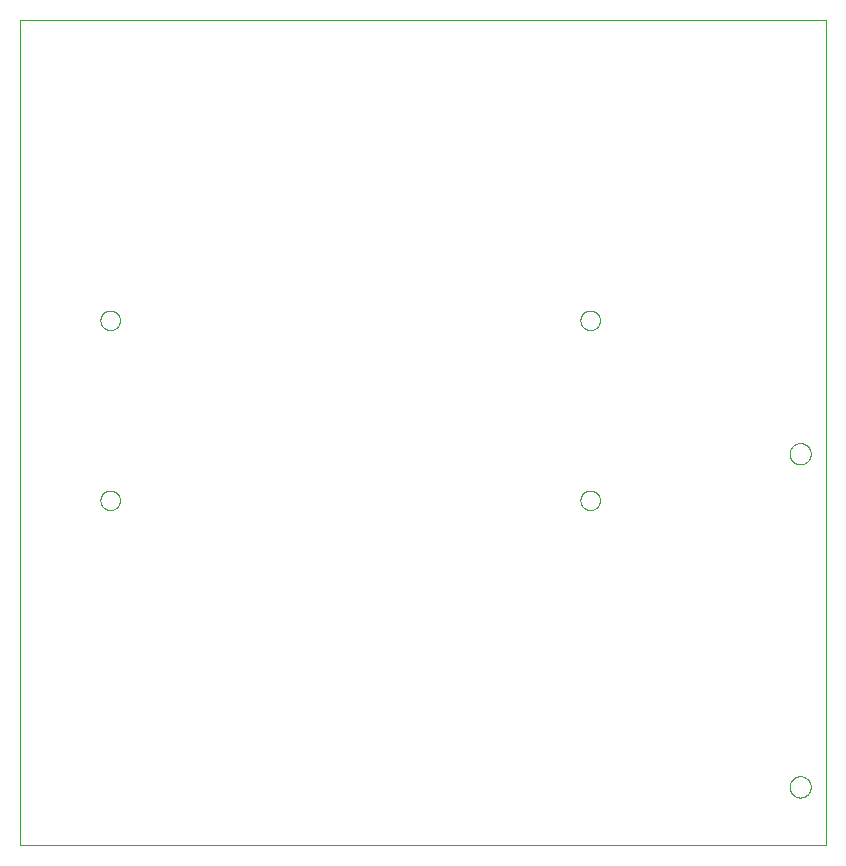
<source format=gtp>
G75*
%MOIN*%
%OFA0B0*%
%FSLAX25Y25*%
%IPPOS*%
%LPD*%
%AMOC8*
5,1,8,0,0,1.08239X$1,22.5*
%
%ADD10C,0.00000*%
D10*
X0014365Y0001000D02*
X0014365Y0275961D01*
X0283066Y0275961D01*
X0283066Y0001000D01*
X0014365Y0001000D01*
X0041115Y0116000D02*
X0041117Y0116113D01*
X0041123Y0116227D01*
X0041133Y0116340D01*
X0041147Y0116452D01*
X0041164Y0116564D01*
X0041186Y0116676D01*
X0041212Y0116786D01*
X0041241Y0116896D01*
X0041274Y0117004D01*
X0041311Y0117112D01*
X0041352Y0117217D01*
X0041396Y0117322D01*
X0041444Y0117425D01*
X0041495Y0117526D01*
X0041550Y0117625D01*
X0041609Y0117722D01*
X0041671Y0117817D01*
X0041736Y0117910D01*
X0041804Y0118001D01*
X0041875Y0118089D01*
X0041950Y0118175D01*
X0042027Y0118258D01*
X0042107Y0118338D01*
X0042190Y0118415D01*
X0042276Y0118490D01*
X0042364Y0118561D01*
X0042455Y0118629D01*
X0042548Y0118694D01*
X0042643Y0118756D01*
X0042740Y0118815D01*
X0042839Y0118870D01*
X0042940Y0118921D01*
X0043043Y0118969D01*
X0043148Y0119013D01*
X0043253Y0119054D01*
X0043361Y0119091D01*
X0043469Y0119124D01*
X0043579Y0119153D01*
X0043689Y0119179D01*
X0043801Y0119201D01*
X0043913Y0119218D01*
X0044025Y0119232D01*
X0044138Y0119242D01*
X0044252Y0119248D01*
X0044365Y0119250D01*
X0044478Y0119248D01*
X0044592Y0119242D01*
X0044705Y0119232D01*
X0044817Y0119218D01*
X0044929Y0119201D01*
X0045041Y0119179D01*
X0045151Y0119153D01*
X0045261Y0119124D01*
X0045369Y0119091D01*
X0045477Y0119054D01*
X0045582Y0119013D01*
X0045687Y0118969D01*
X0045790Y0118921D01*
X0045891Y0118870D01*
X0045990Y0118815D01*
X0046087Y0118756D01*
X0046182Y0118694D01*
X0046275Y0118629D01*
X0046366Y0118561D01*
X0046454Y0118490D01*
X0046540Y0118415D01*
X0046623Y0118338D01*
X0046703Y0118258D01*
X0046780Y0118175D01*
X0046855Y0118089D01*
X0046926Y0118001D01*
X0046994Y0117910D01*
X0047059Y0117817D01*
X0047121Y0117722D01*
X0047180Y0117625D01*
X0047235Y0117526D01*
X0047286Y0117425D01*
X0047334Y0117322D01*
X0047378Y0117217D01*
X0047419Y0117112D01*
X0047456Y0117004D01*
X0047489Y0116896D01*
X0047518Y0116786D01*
X0047544Y0116676D01*
X0047566Y0116564D01*
X0047583Y0116452D01*
X0047597Y0116340D01*
X0047607Y0116227D01*
X0047613Y0116113D01*
X0047615Y0116000D01*
X0047613Y0115887D01*
X0047607Y0115773D01*
X0047597Y0115660D01*
X0047583Y0115548D01*
X0047566Y0115436D01*
X0047544Y0115324D01*
X0047518Y0115214D01*
X0047489Y0115104D01*
X0047456Y0114996D01*
X0047419Y0114888D01*
X0047378Y0114783D01*
X0047334Y0114678D01*
X0047286Y0114575D01*
X0047235Y0114474D01*
X0047180Y0114375D01*
X0047121Y0114278D01*
X0047059Y0114183D01*
X0046994Y0114090D01*
X0046926Y0113999D01*
X0046855Y0113911D01*
X0046780Y0113825D01*
X0046703Y0113742D01*
X0046623Y0113662D01*
X0046540Y0113585D01*
X0046454Y0113510D01*
X0046366Y0113439D01*
X0046275Y0113371D01*
X0046182Y0113306D01*
X0046087Y0113244D01*
X0045990Y0113185D01*
X0045891Y0113130D01*
X0045790Y0113079D01*
X0045687Y0113031D01*
X0045582Y0112987D01*
X0045477Y0112946D01*
X0045369Y0112909D01*
X0045261Y0112876D01*
X0045151Y0112847D01*
X0045041Y0112821D01*
X0044929Y0112799D01*
X0044817Y0112782D01*
X0044705Y0112768D01*
X0044592Y0112758D01*
X0044478Y0112752D01*
X0044365Y0112750D01*
X0044252Y0112752D01*
X0044138Y0112758D01*
X0044025Y0112768D01*
X0043913Y0112782D01*
X0043801Y0112799D01*
X0043689Y0112821D01*
X0043579Y0112847D01*
X0043469Y0112876D01*
X0043361Y0112909D01*
X0043253Y0112946D01*
X0043148Y0112987D01*
X0043043Y0113031D01*
X0042940Y0113079D01*
X0042839Y0113130D01*
X0042740Y0113185D01*
X0042643Y0113244D01*
X0042548Y0113306D01*
X0042455Y0113371D01*
X0042364Y0113439D01*
X0042276Y0113510D01*
X0042190Y0113585D01*
X0042107Y0113662D01*
X0042027Y0113742D01*
X0041950Y0113825D01*
X0041875Y0113911D01*
X0041804Y0113999D01*
X0041736Y0114090D01*
X0041671Y0114183D01*
X0041609Y0114278D01*
X0041550Y0114375D01*
X0041495Y0114474D01*
X0041444Y0114575D01*
X0041396Y0114678D01*
X0041352Y0114783D01*
X0041311Y0114888D01*
X0041274Y0114996D01*
X0041241Y0115104D01*
X0041212Y0115214D01*
X0041186Y0115324D01*
X0041164Y0115436D01*
X0041147Y0115548D01*
X0041133Y0115660D01*
X0041123Y0115773D01*
X0041117Y0115887D01*
X0041115Y0116000D01*
X0041115Y0176000D02*
X0041117Y0176113D01*
X0041123Y0176227D01*
X0041133Y0176340D01*
X0041147Y0176452D01*
X0041164Y0176564D01*
X0041186Y0176676D01*
X0041212Y0176786D01*
X0041241Y0176896D01*
X0041274Y0177004D01*
X0041311Y0177112D01*
X0041352Y0177217D01*
X0041396Y0177322D01*
X0041444Y0177425D01*
X0041495Y0177526D01*
X0041550Y0177625D01*
X0041609Y0177722D01*
X0041671Y0177817D01*
X0041736Y0177910D01*
X0041804Y0178001D01*
X0041875Y0178089D01*
X0041950Y0178175D01*
X0042027Y0178258D01*
X0042107Y0178338D01*
X0042190Y0178415D01*
X0042276Y0178490D01*
X0042364Y0178561D01*
X0042455Y0178629D01*
X0042548Y0178694D01*
X0042643Y0178756D01*
X0042740Y0178815D01*
X0042839Y0178870D01*
X0042940Y0178921D01*
X0043043Y0178969D01*
X0043148Y0179013D01*
X0043253Y0179054D01*
X0043361Y0179091D01*
X0043469Y0179124D01*
X0043579Y0179153D01*
X0043689Y0179179D01*
X0043801Y0179201D01*
X0043913Y0179218D01*
X0044025Y0179232D01*
X0044138Y0179242D01*
X0044252Y0179248D01*
X0044365Y0179250D01*
X0044478Y0179248D01*
X0044592Y0179242D01*
X0044705Y0179232D01*
X0044817Y0179218D01*
X0044929Y0179201D01*
X0045041Y0179179D01*
X0045151Y0179153D01*
X0045261Y0179124D01*
X0045369Y0179091D01*
X0045477Y0179054D01*
X0045582Y0179013D01*
X0045687Y0178969D01*
X0045790Y0178921D01*
X0045891Y0178870D01*
X0045990Y0178815D01*
X0046087Y0178756D01*
X0046182Y0178694D01*
X0046275Y0178629D01*
X0046366Y0178561D01*
X0046454Y0178490D01*
X0046540Y0178415D01*
X0046623Y0178338D01*
X0046703Y0178258D01*
X0046780Y0178175D01*
X0046855Y0178089D01*
X0046926Y0178001D01*
X0046994Y0177910D01*
X0047059Y0177817D01*
X0047121Y0177722D01*
X0047180Y0177625D01*
X0047235Y0177526D01*
X0047286Y0177425D01*
X0047334Y0177322D01*
X0047378Y0177217D01*
X0047419Y0177112D01*
X0047456Y0177004D01*
X0047489Y0176896D01*
X0047518Y0176786D01*
X0047544Y0176676D01*
X0047566Y0176564D01*
X0047583Y0176452D01*
X0047597Y0176340D01*
X0047607Y0176227D01*
X0047613Y0176113D01*
X0047615Y0176000D01*
X0047613Y0175887D01*
X0047607Y0175773D01*
X0047597Y0175660D01*
X0047583Y0175548D01*
X0047566Y0175436D01*
X0047544Y0175324D01*
X0047518Y0175214D01*
X0047489Y0175104D01*
X0047456Y0174996D01*
X0047419Y0174888D01*
X0047378Y0174783D01*
X0047334Y0174678D01*
X0047286Y0174575D01*
X0047235Y0174474D01*
X0047180Y0174375D01*
X0047121Y0174278D01*
X0047059Y0174183D01*
X0046994Y0174090D01*
X0046926Y0173999D01*
X0046855Y0173911D01*
X0046780Y0173825D01*
X0046703Y0173742D01*
X0046623Y0173662D01*
X0046540Y0173585D01*
X0046454Y0173510D01*
X0046366Y0173439D01*
X0046275Y0173371D01*
X0046182Y0173306D01*
X0046087Y0173244D01*
X0045990Y0173185D01*
X0045891Y0173130D01*
X0045790Y0173079D01*
X0045687Y0173031D01*
X0045582Y0172987D01*
X0045477Y0172946D01*
X0045369Y0172909D01*
X0045261Y0172876D01*
X0045151Y0172847D01*
X0045041Y0172821D01*
X0044929Y0172799D01*
X0044817Y0172782D01*
X0044705Y0172768D01*
X0044592Y0172758D01*
X0044478Y0172752D01*
X0044365Y0172750D01*
X0044252Y0172752D01*
X0044138Y0172758D01*
X0044025Y0172768D01*
X0043913Y0172782D01*
X0043801Y0172799D01*
X0043689Y0172821D01*
X0043579Y0172847D01*
X0043469Y0172876D01*
X0043361Y0172909D01*
X0043253Y0172946D01*
X0043148Y0172987D01*
X0043043Y0173031D01*
X0042940Y0173079D01*
X0042839Y0173130D01*
X0042740Y0173185D01*
X0042643Y0173244D01*
X0042548Y0173306D01*
X0042455Y0173371D01*
X0042364Y0173439D01*
X0042276Y0173510D01*
X0042190Y0173585D01*
X0042107Y0173662D01*
X0042027Y0173742D01*
X0041950Y0173825D01*
X0041875Y0173911D01*
X0041804Y0173999D01*
X0041736Y0174090D01*
X0041671Y0174183D01*
X0041609Y0174278D01*
X0041550Y0174375D01*
X0041495Y0174474D01*
X0041444Y0174575D01*
X0041396Y0174678D01*
X0041352Y0174783D01*
X0041311Y0174888D01*
X0041274Y0174996D01*
X0041241Y0175104D01*
X0041212Y0175214D01*
X0041186Y0175324D01*
X0041164Y0175436D01*
X0041147Y0175548D01*
X0041133Y0175660D01*
X0041123Y0175773D01*
X0041117Y0175887D01*
X0041115Y0176000D01*
X0201115Y0176000D02*
X0201117Y0176113D01*
X0201123Y0176227D01*
X0201133Y0176340D01*
X0201147Y0176452D01*
X0201164Y0176564D01*
X0201186Y0176676D01*
X0201212Y0176786D01*
X0201241Y0176896D01*
X0201274Y0177004D01*
X0201311Y0177112D01*
X0201352Y0177217D01*
X0201396Y0177322D01*
X0201444Y0177425D01*
X0201495Y0177526D01*
X0201550Y0177625D01*
X0201609Y0177722D01*
X0201671Y0177817D01*
X0201736Y0177910D01*
X0201804Y0178001D01*
X0201875Y0178089D01*
X0201950Y0178175D01*
X0202027Y0178258D01*
X0202107Y0178338D01*
X0202190Y0178415D01*
X0202276Y0178490D01*
X0202364Y0178561D01*
X0202455Y0178629D01*
X0202548Y0178694D01*
X0202643Y0178756D01*
X0202740Y0178815D01*
X0202839Y0178870D01*
X0202940Y0178921D01*
X0203043Y0178969D01*
X0203148Y0179013D01*
X0203253Y0179054D01*
X0203361Y0179091D01*
X0203469Y0179124D01*
X0203579Y0179153D01*
X0203689Y0179179D01*
X0203801Y0179201D01*
X0203913Y0179218D01*
X0204025Y0179232D01*
X0204138Y0179242D01*
X0204252Y0179248D01*
X0204365Y0179250D01*
X0204478Y0179248D01*
X0204592Y0179242D01*
X0204705Y0179232D01*
X0204817Y0179218D01*
X0204929Y0179201D01*
X0205041Y0179179D01*
X0205151Y0179153D01*
X0205261Y0179124D01*
X0205369Y0179091D01*
X0205477Y0179054D01*
X0205582Y0179013D01*
X0205687Y0178969D01*
X0205790Y0178921D01*
X0205891Y0178870D01*
X0205990Y0178815D01*
X0206087Y0178756D01*
X0206182Y0178694D01*
X0206275Y0178629D01*
X0206366Y0178561D01*
X0206454Y0178490D01*
X0206540Y0178415D01*
X0206623Y0178338D01*
X0206703Y0178258D01*
X0206780Y0178175D01*
X0206855Y0178089D01*
X0206926Y0178001D01*
X0206994Y0177910D01*
X0207059Y0177817D01*
X0207121Y0177722D01*
X0207180Y0177625D01*
X0207235Y0177526D01*
X0207286Y0177425D01*
X0207334Y0177322D01*
X0207378Y0177217D01*
X0207419Y0177112D01*
X0207456Y0177004D01*
X0207489Y0176896D01*
X0207518Y0176786D01*
X0207544Y0176676D01*
X0207566Y0176564D01*
X0207583Y0176452D01*
X0207597Y0176340D01*
X0207607Y0176227D01*
X0207613Y0176113D01*
X0207615Y0176000D01*
X0207613Y0175887D01*
X0207607Y0175773D01*
X0207597Y0175660D01*
X0207583Y0175548D01*
X0207566Y0175436D01*
X0207544Y0175324D01*
X0207518Y0175214D01*
X0207489Y0175104D01*
X0207456Y0174996D01*
X0207419Y0174888D01*
X0207378Y0174783D01*
X0207334Y0174678D01*
X0207286Y0174575D01*
X0207235Y0174474D01*
X0207180Y0174375D01*
X0207121Y0174278D01*
X0207059Y0174183D01*
X0206994Y0174090D01*
X0206926Y0173999D01*
X0206855Y0173911D01*
X0206780Y0173825D01*
X0206703Y0173742D01*
X0206623Y0173662D01*
X0206540Y0173585D01*
X0206454Y0173510D01*
X0206366Y0173439D01*
X0206275Y0173371D01*
X0206182Y0173306D01*
X0206087Y0173244D01*
X0205990Y0173185D01*
X0205891Y0173130D01*
X0205790Y0173079D01*
X0205687Y0173031D01*
X0205582Y0172987D01*
X0205477Y0172946D01*
X0205369Y0172909D01*
X0205261Y0172876D01*
X0205151Y0172847D01*
X0205041Y0172821D01*
X0204929Y0172799D01*
X0204817Y0172782D01*
X0204705Y0172768D01*
X0204592Y0172758D01*
X0204478Y0172752D01*
X0204365Y0172750D01*
X0204252Y0172752D01*
X0204138Y0172758D01*
X0204025Y0172768D01*
X0203913Y0172782D01*
X0203801Y0172799D01*
X0203689Y0172821D01*
X0203579Y0172847D01*
X0203469Y0172876D01*
X0203361Y0172909D01*
X0203253Y0172946D01*
X0203148Y0172987D01*
X0203043Y0173031D01*
X0202940Y0173079D01*
X0202839Y0173130D01*
X0202740Y0173185D01*
X0202643Y0173244D01*
X0202548Y0173306D01*
X0202455Y0173371D01*
X0202364Y0173439D01*
X0202276Y0173510D01*
X0202190Y0173585D01*
X0202107Y0173662D01*
X0202027Y0173742D01*
X0201950Y0173825D01*
X0201875Y0173911D01*
X0201804Y0173999D01*
X0201736Y0174090D01*
X0201671Y0174183D01*
X0201609Y0174278D01*
X0201550Y0174375D01*
X0201495Y0174474D01*
X0201444Y0174575D01*
X0201396Y0174678D01*
X0201352Y0174783D01*
X0201311Y0174888D01*
X0201274Y0174996D01*
X0201241Y0175104D01*
X0201212Y0175214D01*
X0201186Y0175324D01*
X0201164Y0175436D01*
X0201147Y0175548D01*
X0201133Y0175660D01*
X0201123Y0175773D01*
X0201117Y0175887D01*
X0201115Y0176000D01*
X0201115Y0116000D02*
X0201117Y0116113D01*
X0201123Y0116227D01*
X0201133Y0116340D01*
X0201147Y0116452D01*
X0201164Y0116564D01*
X0201186Y0116676D01*
X0201212Y0116786D01*
X0201241Y0116896D01*
X0201274Y0117004D01*
X0201311Y0117112D01*
X0201352Y0117217D01*
X0201396Y0117322D01*
X0201444Y0117425D01*
X0201495Y0117526D01*
X0201550Y0117625D01*
X0201609Y0117722D01*
X0201671Y0117817D01*
X0201736Y0117910D01*
X0201804Y0118001D01*
X0201875Y0118089D01*
X0201950Y0118175D01*
X0202027Y0118258D01*
X0202107Y0118338D01*
X0202190Y0118415D01*
X0202276Y0118490D01*
X0202364Y0118561D01*
X0202455Y0118629D01*
X0202548Y0118694D01*
X0202643Y0118756D01*
X0202740Y0118815D01*
X0202839Y0118870D01*
X0202940Y0118921D01*
X0203043Y0118969D01*
X0203148Y0119013D01*
X0203253Y0119054D01*
X0203361Y0119091D01*
X0203469Y0119124D01*
X0203579Y0119153D01*
X0203689Y0119179D01*
X0203801Y0119201D01*
X0203913Y0119218D01*
X0204025Y0119232D01*
X0204138Y0119242D01*
X0204252Y0119248D01*
X0204365Y0119250D01*
X0204478Y0119248D01*
X0204592Y0119242D01*
X0204705Y0119232D01*
X0204817Y0119218D01*
X0204929Y0119201D01*
X0205041Y0119179D01*
X0205151Y0119153D01*
X0205261Y0119124D01*
X0205369Y0119091D01*
X0205477Y0119054D01*
X0205582Y0119013D01*
X0205687Y0118969D01*
X0205790Y0118921D01*
X0205891Y0118870D01*
X0205990Y0118815D01*
X0206087Y0118756D01*
X0206182Y0118694D01*
X0206275Y0118629D01*
X0206366Y0118561D01*
X0206454Y0118490D01*
X0206540Y0118415D01*
X0206623Y0118338D01*
X0206703Y0118258D01*
X0206780Y0118175D01*
X0206855Y0118089D01*
X0206926Y0118001D01*
X0206994Y0117910D01*
X0207059Y0117817D01*
X0207121Y0117722D01*
X0207180Y0117625D01*
X0207235Y0117526D01*
X0207286Y0117425D01*
X0207334Y0117322D01*
X0207378Y0117217D01*
X0207419Y0117112D01*
X0207456Y0117004D01*
X0207489Y0116896D01*
X0207518Y0116786D01*
X0207544Y0116676D01*
X0207566Y0116564D01*
X0207583Y0116452D01*
X0207597Y0116340D01*
X0207607Y0116227D01*
X0207613Y0116113D01*
X0207615Y0116000D01*
X0207613Y0115887D01*
X0207607Y0115773D01*
X0207597Y0115660D01*
X0207583Y0115548D01*
X0207566Y0115436D01*
X0207544Y0115324D01*
X0207518Y0115214D01*
X0207489Y0115104D01*
X0207456Y0114996D01*
X0207419Y0114888D01*
X0207378Y0114783D01*
X0207334Y0114678D01*
X0207286Y0114575D01*
X0207235Y0114474D01*
X0207180Y0114375D01*
X0207121Y0114278D01*
X0207059Y0114183D01*
X0206994Y0114090D01*
X0206926Y0113999D01*
X0206855Y0113911D01*
X0206780Y0113825D01*
X0206703Y0113742D01*
X0206623Y0113662D01*
X0206540Y0113585D01*
X0206454Y0113510D01*
X0206366Y0113439D01*
X0206275Y0113371D01*
X0206182Y0113306D01*
X0206087Y0113244D01*
X0205990Y0113185D01*
X0205891Y0113130D01*
X0205790Y0113079D01*
X0205687Y0113031D01*
X0205582Y0112987D01*
X0205477Y0112946D01*
X0205369Y0112909D01*
X0205261Y0112876D01*
X0205151Y0112847D01*
X0205041Y0112821D01*
X0204929Y0112799D01*
X0204817Y0112782D01*
X0204705Y0112768D01*
X0204592Y0112758D01*
X0204478Y0112752D01*
X0204365Y0112750D01*
X0204252Y0112752D01*
X0204138Y0112758D01*
X0204025Y0112768D01*
X0203913Y0112782D01*
X0203801Y0112799D01*
X0203689Y0112821D01*
X0203579Y0112847D01*
X0203469Y0112876D01*
X0203361Y0112909D01*
X0203253Y0112946D01*
X0203148Y0112987D01*
X0203043Y0113031D01*
X0202940Y0113079D01*
X0202839Y0113130D01*
X0202740Y0113185D01*
X0202643Y0113244D01*
X0202548Y0113306D01*
X0202455Y0113371D01*
X0202364Y0113439D01*
X0202276Y0113510D01*
X0202190Y0113585D01*
X0202107Y0113662D01*
X0202027Y0113742D01*
X0201950Y0113825D01*
X0201875Y0113911D01*
X0201804Y0113999D01*
X0201736Y0114090D01*
X0201671Y0114183D01*
X0201609Y0114278D01*
X0201550Y0114375D01*
X0201495Y0114474D01*
X0201444Y0114575D01*
X0201396Y0114678D01*
X0201352Y0114783D01*
X0201311Y0114888D01*
X0201274Y0114996D01*
X0201241Y0115104D01*
X0201212Y0115214D01*
X0201186Y0115324D01*
X0201164Y0115436D01*
X0201147Y0115548D01*
X0201133Y0115660D01*
X0201123Y0115773D01*
X0201117Y0115887D01*
X0201115Y0116000D01*
X0270822Y0131512D02*
X0270824Y0131630D01*
X0270830Y0131749D01*
X0270840Y0131867D01*
X0270854Y0131984D01*
X0270871Y0132101D01*
X0270893Y0132218D01*
X0270919Y0132333D01*
X0270948Y0132448D01*
X0270981Y0132562D01*
X0271018Y0132674D01*
X0271059Y0132785D01*
X0271103Y0132895D01*
X0271151Y0133003D01*
X0271203Y0133110D01*
X0271258Y0133215D01*
X0271317Y0133318D01*
X0271379Y0133418D01*
X0271444Y0133517D01*
X0271513Y0133614D01*
X0271584Y0133708D01*
X0271659Y0133799D01*
X0271737Y0133889D01*
X0271818Y0133975D01*
X0271902Y0134059D01*
X0271988Y0134140D01*
X0272078Y0134218D01*
X0272169Y0134293D01*
X0272263Y0134364D01*
X0272360Y0134433D01*
X0272459Y0134498D01*
X0272559Y0134560D01*
X0272662Y0134619D01*
X0272767Y0134674D01*
X0272874Y0134726D01*
X0272982Y0134774D01*
X0273092Y0134818D01*
X0273203Y0134859D01*
X0273315Y0134896D01*
X0273429Y0134929D01*
X0273544Y0134958D01*
X0273659Y0134984D01*
X0273776Y0135006D01*
X0273893Y0135023D01*
X0274010Y0135037D01*
X0274128Y0135047D01*
X0274247Y0135053D01*
X0274365Y0135055D01*
X0274483Y0135053D01*
X0274602Y0135047D01*
X0274720Y0135037D01*
X0274837Y0135023D01*
X0274954Y0135006D01*
X0275071Y0134984D01*
X0275186Y0134958D01*
X0275301Y0134929D01*
X0275415Y0134896D01*
X0275527Y0134859D01*
X0275638Y0134818D01*
X0275748Y0134774D01*
X0275856Y0134726D01*
X0275963Y0134674D01*
X0276068Y0134619D01*
X0276171Y0134560D01*
X0276271Y0134498D01*
X0276370Y0134433D01*
X0276467Y0134364D01*
X0276561Y0134293D01*
X0276652Y0134218D01*
X0276742Y0134140D01*
X0276828Y0134059D01*
X0276912Y0133975D01*
X0276993Y0133889D01*
X0277071Y0133799D01*
X0277146Y0133708D01*
X0277217Y0133614D01*
X0277286Y0133517D01*
X0277351Y0133418D01*
X0277413Y0133318D01*
X0277472Y0133215D01*
X0277527Y0133110D01*
X0277579Y0133003D01*
X0277627Y0132895D01*
X0277671Y0132785D01*
X0277712Y0132674D01*
X0277749Y0132562D01*
X0277782Y0132448D01*
X0277811Y0132333D01*
X0277837Y0132218D01*
X0277859Y0132101D01*
X0277876Y0131984D01*
X0277890Y0131867D01*
X0277900Y0131749D01*
X0277906Y0131630D01*
X0277908Y0131512D01*
X0277906Y0131394D01*
X0277900Y0131275D01*
X0277890Y0131157D01*
X0277876Y0131040D01*
X0277859Y0130923D01*
X0277837Y0130806D01*
X0277811Y0130691D01*
X0277782Y0130576D01*
X0277749Y0130462D01*
X0277712Y0130350D01*
X0277671Y0130239D01*
X0277627Y0130129D01*
X0277579Y0130021D01*
X0277527Y0129914D01*
X0277472Y0129809D01*
X0277413Y0129706D01*
X0277351Y0129606D01*
X0277286Y0129507D01*
X0277217Y0129410D01*
X0277146Y0129316D01*
X0277071Y0129225D01*
X0276993Y0129135D01*
X0276912Y0129049D01*
X0276828Y0128965D01*
X0276742Y0128884D01*
X0276652Y0128806D01*
X0276561Y0128731D01*
X0276467Y0128660D01*
X0276370Y0128591D01*
X0276271Y0128526D01*
X0276171Y0128464D01*
X0276068Y0128405D01*
X0275963Y0128350D01*
X0275856Y0128298D01*
X0275748Y0128250D01*
X0275638Y0128206D01*
X0275527Y0128165D01*
X0275415Y0128128D01*
X0275301Y0128095D01*
X0275186Y0128066D01*
X0275071Y0128040D01*
X0274954Y0128018D01*
X0274837Y0128001D01*
X0274720Y0127987D01*
X0274602Y0127977D01*
X0274483Y0127971D01*
X0274365Y0127969D01*
X0274247Y0127971D01*
X0274128Y0127977D01*
X0274010Y0127987D01*
X0273893Y0128001D01*
X0273776Y0128018D01*
X0273659Y0128040D01*
X0273544Y0128066D01*
X0273429Y0128095D01*
X0273315Y0128128D01*
X0273203Y0128165D01*
X0273092Y0128206D01*
X0272982Y0128250D01*
X0272874Y0128298D01*
X0272767Y0128350D01*
X0272662Y0128405D01*
X0272559Y0128464D01*
X0272459Y0128526D01*
X0272360Y0128591D01*
X0272263Y0128660D01*
X0272169Y0128731D01*
X0272078Y0128806D01*
X0271988Y0128884D01*
X0271902Y0128965D01*
X0271818Y0129049D01*
X0271737Y0129135D01*
X0271659Y0129225D01*
X0271584Y0129316D01*
X0271513Y0129410D01*
X0271444Y0129507D01*
X0271379Y0129606D01*
X0271317Y0129706D01*
X0271258Y0129809D01*
X0271203Y0129914D01*
X0271151Y0130021D01*
X0271103Y0130129D01*
X0271059Y0130239D01*
X0271018Y0130350D01*
X0270981Y0130462D01*
X0270948Y0130576D01*
X0270919Y0130691D01*
X0270893Y0130806D01*
X0270871Y0130923D01*
X0270854Y0131040D01*
X0270840Y0131157D01*
X0270830Y0131275D01*
X0270824Y0131394D01*
X0270822Y0131512D01*
X0270822Y0020488D02*
X0270824Y0020606D01*
X0270830Y0020725D01*
X0270840Y0020843D01*
X0270854Y0020960D01*
X0270871Y0021077D01*
X0270893Y0021194D01*
X0270919Y0021309D01*
X0270948Y0021424D01*
X0270981Y0021538D01*
X0271018Y0021650D01*
X0271059Y0021761D01*
X0271103Y0021871D01*
X0271151Y0021979D01*
X0271203Y0022086D01*
X0271258Y0022191D01*
X0271317Y0022294D01*
X0271379Y0022394D01*
X0271444Y0022493D01*
X0271513Y0022590D01*
X0271584Y0022684D01*
X0271659Y0022775D01*
X0271737Y0022865D01*
X0271818Y0022951D01*
X0271902Y0023035D01*
X0271988Y0023116D01*
X0272078Y0023194D01*
X0272169Y0023269D01*
X0272263Y0023340D01*
X0272360Y0023409D01*
X0272459Y0023474D01*
X0272559Y0023536D01*
X0272662Y0023595D01*
X0272767Y0023650D01*
X0272874Y0023702D01*
X0272982Y0023750D01*
X0273092Y0023794D01*
X0273203Y0023835D01*
X0273315Y0023872D01*
X0273429Y0023905D01*
X0273544Y0023934D01*
X0273659Y0023960D01*
X0273776Y0023982D01*
X0273893Y0023999D01*
X0274010Y0024013D01*
X0274128Y0024023D01*
X0274247Y0024029D01*
X0274365Y0024031D01*
X0274483Y0024029D01*
X0274602Y0024023D01*
X0274720Y0024013D01*
X0274837Y0023999D01*
X0274954Y0023982D01*
X0275071Y0023960D01*
X0275186Y0023934D01*
X0275301Y0023905D01*
X0275415Y0023872D01*
X0275527Y0023835D01*
X0275638Y0023794D01*
X0275748Y0023750D01*
X0275856Y0023702D01*
X0275963Y0023650D01*
X0276068Y0023595D01*
X0276171Y0023536D01*
X0276271Y0023474D01*
X0276370Y0023409D01*
X0276467Y0023340D01*
X0276561Y0023269D01*
X0276652Y0023194D01*
X0276742Y0023116D01*
X0276828Y0023035D01*
X0276912Y0022951D01*
X0276993Y0022865D01*
X0277071Y0022775D01*
X0277146Y0022684D01*
X0277217Y0022590D01*
X0277286Y0022493D01*
X0277351Y0022394D01*
X0277413Y0022294D01*
X0277472Y0022191D01*
X0277527Y0022086D01*
X0277579Y0021979D01*
X0277627Y0021871D01*
X0277671Y0021761D01*
X0277712Y0021650D01*
X0277749Y0021538D01*
X0277782Y0021424D01*
X0277811Y0021309D01*
X0277837Y0021194D01*
X0277859Y0021077D01*
X0277876Y0020960D01*
X0277890Y0020843D01*
X0277900Y0020725D01*
X0277906Y0020606D01*
X0277908Y0020488D01*
X0277906Y0020370D01*
X0277900Y0020251D01*
X0277890Y0020133D01*
X0277876Y0020016D01*
X0277859Y0019899D01*
X0277837Y0019782D01*
X0277811Y0019667D01*
X0277782Y0019552D01*
X0277749Y0019438D01*
X0277712Y0019326D01*
X0277671Y0019215D01*
X0277627Y0019105D01*
X0277579Y0018997D01*
X0277527Y0018890D01*
X0277472Y0018785D01*
X0277413Y0018682D01*
X0277351Y0018582D01*
X0277286Y0018483D01*
X0277217Y0018386D01*
X0277146Y0018292D01*
X0277071Y0018201D01*
X0276993Y0018111D01*
X0276912Y0018025D01*
X0276828Y0017941D01*
X0276742Y0017860D01*
X0276652Y0017782D01*
X0276561Y0017707D01*
X0276467Y0017636D01*
X0276370Y0017567D01*
X0276271Y0017502D01*
X0276171Y0017440D01*
X0276068Y0017381D01*
X0275963Y0017326D01*
X0275856Y0017274D01*
X0275748Y0017226D01*
X0275638Y0017182D01*
X0275527Y0017141D01*
X0275415Y0017104D01*
X0275301Y0017071D01*
X0275186Y0017042D01*
X0275071Y0017016D01*
X0274954Y0016994D01*
X0274837Y0016977D01*
X0274720Y0016963D01*
X0274602Y0016953D01*
X0274483Y0016947D01*
X0274365Y0016945D01*
X0274247Y0016947D01*
X0274128Y0016953D01*
X0274010Y0016963D01*
X0273893Y0016977D01*
X0273776Y0016994D01*
X0273659Y0017016D01*
X0273544Y0017042D01*
X0273429Y0017071D01*
X0273315Y0017104D01*
X0273203Y0017141D01*
X0273092Y0017182D01*
X0272982Y0017226D01*
X0272874Y0017274D01*
X0272767Y0017326D01*
X0272662Y0017381D01*
X0272559Y0017440D01*
X0272459Y0017502D01*
X0272360Y0017567D01*
X0272263Y0017636D01*
X0272169Y0017707D01*
X0272078Y0017782D01*
X0271988Y0017860D01*
X0271902Y0017941D01*
X0271818Y0018025D01*
X0271737Y0018111D01*
X0271659Y0018201D01*
X0271584Y0018292D01*
X0271513Y0018386D01*
X0271444Y0018483D01*
X0271379Y0018582D01*
X0271317Y0018682D01*
X0271258Y0018785D01*
X0271203Y0018890D01*
X0271151Y0018997D01*
X0271103Y0019105D01*
X0271059Y0019215D01*
X0271018Y0019326D01*
X0270981Y0019438D01*
X0270948Y0019552D01*
X0270919Y0019667D01*
X0270893Y0019782D01*
X0270871Y0019899D01*
X0270854Y0020016D01*
X0270840Y0020133D01*
X0270830Y0020251D01*
X0270824Y0020370D01*
X0270822Y0020488D01*
M02*

</source>
